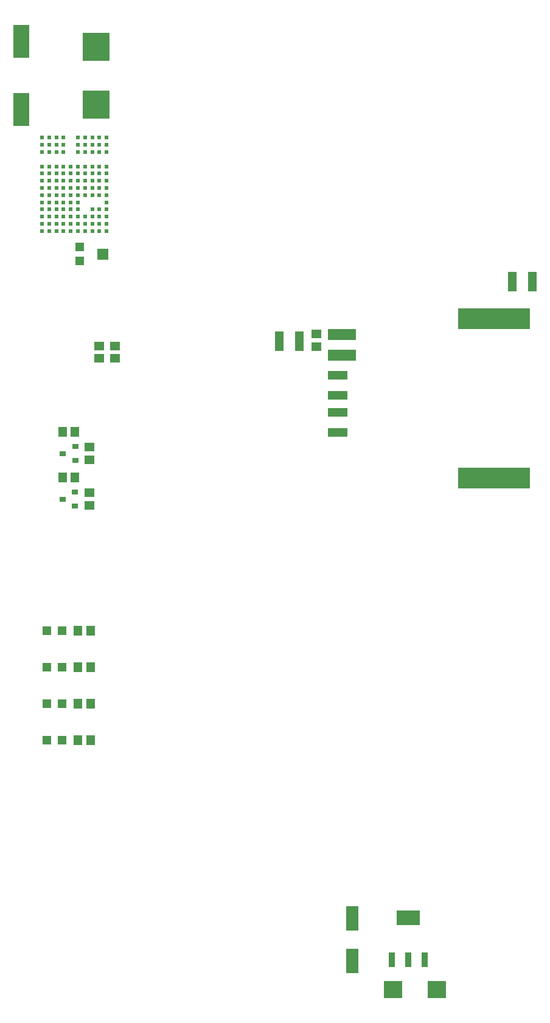
<source format=gtp>
G04 Layer_Color=8421504*
%FSLAX25Y25*%
%MOIN*%
G70*
G01*
G75*
%ADD10R,0.04528X0.05315*%
%ADD11R,0.04724X0.04724*%
%ADD12R,0.03543X0.08465*%
%ADD13R,0.12598X0.08465*%
%ADD14R,0.10039X0.09646*%
%ADD15R,0.07087X0.13583*%
%ADD16R,0.05315X0.04528*%
%ADD17R,0.03827X0.03157*%
%ADD18R,0.04724X0.04724*%
%ADD19R,0.05905X0.06299*%
%ADD20R,0.02165X0.02165*%
%ADD21R,0.14567X0.15748*%
%ADD22R,0.09055X0.18307*%
%ADD23R,0.15354X0.06299*%
%ADD24R,0.10630X0.05118*%
%ADD25R,0.39370X0.11811*%
%ADD26R,0.05118X0.10630*%
D10*
X47594Y-163322D02*
D03*
X40705D02*
D03*
X47594Y-188322D02*
D03*
X40705D02*
D03*
X49123Y-332150D02*
D03*
X56013D02*
D03*
X49123Y-312150D02*
D03*
X56013D02*
D03*
X49123Y-272150D02*
D03*
X56013D02*
D03*
X49123Y-292150D02*
D03*
X56013D02*
D03*
D11*
X32149Y-332150D02*
D03*
X40417D02*
D03*
X32149Y-312150D02*
D03*
X40417D02*
D03*
X32149Y-292150D02*
D03*
X40417D02*
D03*
X32149Y-272150D02*
D03*
X40417D02*
D03*
D12*
X221038Y-452666D02*
D03*
X230094D02*
D03*
X239149D02*
D03*
D13*
X230094Y-429635D02*
D03*
D14*
X221924Y-469120D02*
D03*
X245743D02*
D03*
D15*
X199368Y-453264D02*
D03*
Y-430036D02*
D03*
D16*
X69471Y-116205D02*
D03*
Y-123095D02*
D03*
X60793Y-116205D02*
D03*
Y-123095D02*
D03*
X55403Y-178595D02*
D03*
Y-171705D02*
D03*
X55387Y-203595D02*
D03*
Y-196705D02*
D03*
X179788Y-109732D02*
D03*
Y-116621D02*
D03*
D17*
X47650Y-178890D02*
D03*
Y-171410D02*
D03*
X40681Y-175150D02*
D03*
X47634Y-203890D02*
D03*
Y-196410D02*
D03*
X40665Y-200150D02*
D03*
D18*
X50047Y-61906D02*
D03*
Y-69780D02*
D03*
D19*
X62646Y-65843D02*
D03*
D20*
X29465Y-53228D02*
D03*
X33402D02*
D03*
X37339D02*
D03*
X41276D02*
D03*
X45213D02*
D03*
X49150D02*
D03*
X53087D02*
D03*
X57024D02*
D03*
X60961D02*
D03*
X64898D02*
D03*
X29465Y-49291D02*
D03*
X33402D02*
D03*
X37339D02*
D03*
X41276D02*
D03*
X45213D02*
D03*
X49150D02*
D03*
X53087D02*
D03*
X57024D02*
D03*
X60961D02*
D03*
X64898D02*
D03*
X29465Y-45354D02*
D03*
X33402D02*
D03*
X37339D02*
D03*
X41276D02*
D03*
X45213D02*
D03*
X49150D02*
D03*
X53087D02*
D03*
X57024D02*
D03*
X60961D02*
D03*
X64898D02*
D03*
X29465Y-41417D02*
D03*
X33402D02*
D03*
X37339D02*
D03*
X41276D02*
D03*
X45213D02*
D03*
X49150D02*
D03*
X57024D02*
D03*
X60961D02*
D03*
X64898D02*
D03*
X29465Y-37480D02*
D03*
X33402D02*
D03*
X37339D02*
D03*
X41276D02*
D03*
X45213D02*
D03*
X49150D02*
D03*
X64898D02*
D03*
X29465Y-33543D02*
D03*
X33402D02*
D03*
X37339D02*
D03*
X41276D02*
D03*
X45213D02*
D03*
X49150D02*
D03*
X53087D02*
D03*
X57024D02*
D03*
X60961D02*
D03*
X64898D02*
D03*
X29465Y-29606D02*
D03*
X33402D02*
D03*
X37339D02*
D03*
X41276D02*
D03*
X45213D02*
D03*
X49150D02*
D03*
X53087D02*
D03*
X57024D02*
D03*
X60961D02*
D03*
X64898D02*
D03*
X29465Y-25669D02*
D03*
X33402D02*
D03*
X37339D02*
D03*
X41276D02*
D03*
X45213D02*
D03*
X49150D02*
D03*
X53087D02*
D03*
X57024D02*
D03*
X60961D02*
D03*
X64898D02*
D03*
X29465Y-21732D02*
D03*
X33402D02*
D03*
X37339D02*
D03*
X41276D02*
D03*
X45213D02*
D03*
X49150D02*
D03*
X53087D02*
D03*
X57024D02*
D03*
X60961D02*
D03*
X64898D02*
D03*
X29465Y-17795D02*
D03*
X33402D02*
D03*
X37339D02*
D03*
X41276D02*
D03*
X45213D02*
D03*
X49150D02*
D03*
X53087D02*
D03*
X57024D02*
D03*
X60961D02*
D03*
X64898D02*
D03*
X29465Y-9921D02*
D03*
X33402D02*
D03*
X37339D02*
D03*
X41276D02*
D03*
X49150D02*
D03*
X53087D02*
D03*
X57024D02*
D03*
X60961D02*
D03*
X64898D02*
D03*
X29465Y-5984D02*
D03*
X33402D02*
D03*
X37339D02*
D03*
X41276D02*
D03*
X49150D02*
D03*
X53087D02*
D03*
X57024D02*
D03*
X60961D02*
D03*
X64898D02*
D03*
X29465Y-2047D02*
D03*
X33402D02*
D03*
X37339D02*
D03*
X41276D02*
D03*
X49150D02*
D03*
X53087D02*
D03*
X57024D02*
D03*
X60961D02*
D03*
X64898D02*
D03*
D21*
X59141Y47598D02*
D03*
Y16102D02*
D03*
D22*
X18179Y50824D02*
D03*
Y13422D02*
D03*
D23*
X193781Y-121412D02*
D03*
Y-109995D02*
D03*
D24*
X191320Y-143279D02*
D03*
Y-132255D02*
D03*
Y-152548D02*
D03*
Y-163571D02*
D03*
D25*
X277165Y-101181D02*
D03*
Y-188583D02*
D03*
D26*
X159532Y-113472D02*
D03*
X170556D02*
D03*
X298150Y-80956D02*
D03*
X287126D02*
D03*
M02*

</source>
